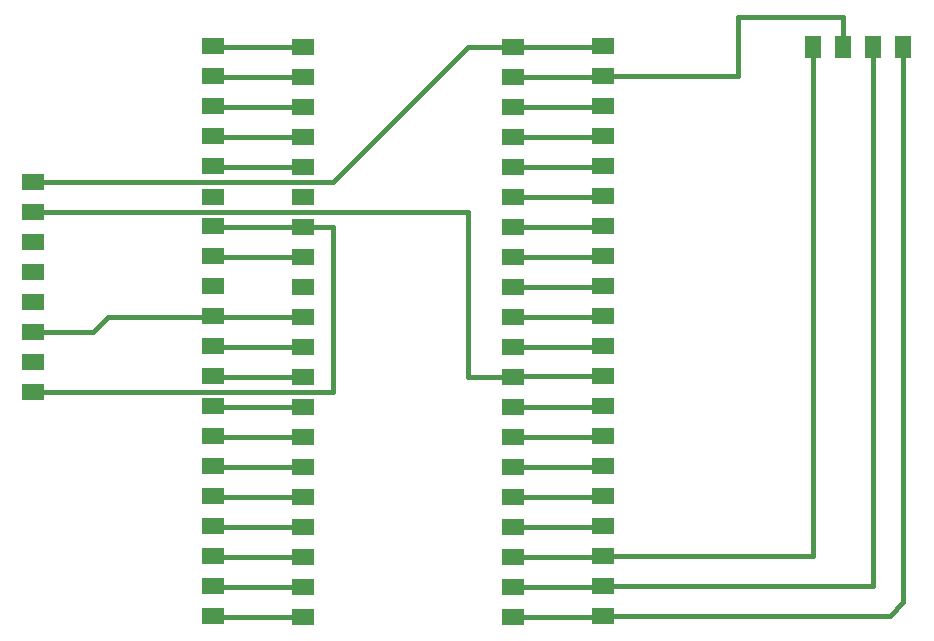
<source format=gbr>
G04 DesignSpark PCB Gerber Version 11.0 Build 5877*
%FSLAX35Y35*%
%MOIN*%
%ADD24R,0.05500X0.07500*%
%ADD13C,0.01500*%
%ADD23R,0.07500X0.05500*%
X0Y0D02*
D02*
D13*
X45250Y105250D02*
X49750D01*
X45250Y125250D02*
X65250D01*
X70250Y130250D01*
X104750D01*
X105250Y130750D01*
X45250Y175250D02*
X145250D01*
X190250Y220250D01*
X205250D01*
X135250Y30250D02*
X105250D01*
Y30750D01*
X135250Y40250D02*
X105250D01*
Y40750D01*
X135250Y50250D02*
X105250D01*
Y50750D01*
X135250Y60250D02*
X105250D01*
Y60750D01*
X135250Y70250D02*
X105250D01*
Y70750D01*
X135250Y80250D02*
X105250D01*
Y80750D01*
X135250Y90250D02*
X105250D01*
Y90750D01*
X135250Y100250D02*
X105250D01*
Y100750D01*
X135250Y110250D02*
X105250D01*
Y110750D01*
X135250Y120250D02*
X105250D01*
Y120750D01*
X135250Y130250D02*
X105250D01*
Y130750D01*
X135250Y150250D02*
X105250D01*
Y150750D01*
X135250Y160250D02*
X145250D01*
Y105250D01*
X45250D01*
X135250Y160250D02*
X105250D01*
Y160750D01*
X135250Y180250D02*
X105250D01*
Y180750D01*
X135250Y190250D02*
X105250D01*
Y190750D01*
X135250Y200250D02*
X105250D01*
Y200750D01*
X135250Y210250D02*
X105250D01*
Y210750D01*
X135250Y220250D02*
X105250D01*
Y220750D01*
X205250Y30250D02*
X235250D01*
Y30750D01*
X205250Y70250D02*
X235250D01*
Y70750D01*
X205250Y110250D02*
X190250D01*
Y165250D01*
X45250D01*
X235250Y30750D02*
X330750D01*
X335250Y35250D01*
Y220250D01*
X235250Y40750D02*
X325250D01*
Y220250D01*
X235250Y40750D02*
Y40250D01*
X205250D01*
X235250Y50750D02*
X305250D01*
Y220250D01*
X235250Y50750D02*
Y50250D01*
X205250D01*
X235250Y60750D02*
Y60250D01*
X205250D01*
X235250Y80750D02*
Y80250D01*
X205250D01*
X235250Y90750D02*
Y90250D01*
X205250D01*
X235250Y100750D02*
Y100250D01*
X205250D01*
X235250Y110750D02*
X205750D01*
X205250Y110250D01*
X235250Y120750D02*
Y120250D01*
X205250D01*
X235250Y130750D02*
Y130250D01*
X205250D01*
X235250Y140750D02*
Y140250D01*
X205250D01*
X235250Y150750D02*
Y150250D01*
X205250D01*
X235250Y160750D02*
Y160250D01*
X205250D01*
X235250Y170750D02*
Y170250D01*
X205250D01*
X235250Y180750D02*
Y180250D01*
X205250D01*
X235250Y190750D02*
Y190250D01*
X205250D01*
X235250Y200750D02*
Y200250D01*
X205250D01*
X235250Y210750D02*
X280250D01*
Y230250D01*
X315250D01*
Y220250D01*
X235250Y210750D02*
Y210250D01*
X205250D01*
X235250Y220750D02*
Y220250D01*
X205250D01*
D02*
D23*
X45250Y105250D03*
Y115250D03*
Y125250D03*
Y135250D03*
Y145250D03*
Y155250D03*
Y165250D03*
Y175250D03*
X105250Y30750D03*
Y40750D03*
Y50750D03*
Y60750D03*
Y70750D03*
Y80750D03*
Y90750D03*
Y100750D03*
Y110750D03*
Y120750D03*
Y130750D03*
Y140750D03*
Y150750D03*
Y160750D03*
Y170250D03*
Y180750D03*
Y190750D03*
Y200750D03*
Y210750D03*
Y220750D03*
X135250Y30250D03*
Y40250D03*
Y50250D03*
Y60250D03*
Y70250D03*
Y80250D03*
Y90250D03*
Y100250D03*
Y110250D03*
Y120250D03*
Y130250D03*
Y140250D03*
Y150250D03*
Y160250D03*
Y170250D03*
Y180250D03*
Y190250D03*
Y200250D03*
Y210250D03*
Y220250D03*
X205250Y30250D03*
Y40250D03*
Y50250D03*
Y60250D03*
Y70250D03*
Y80250D03*
Y90250D03*
Y100250D03*
Y110250D03*
Y120250D03*
Y130250D03*
Y140250D03*
Y150250D03*
Y160250D03*
Y170250D03*
Y180250D03*
Y190250D03*
Y200250D03*
Y210250D03*
Y220250D03*
X235250Y30750D03*
Y40750D03*
Y50750D03*
Y60750D03*
Y70750D03*
Y80750D03*
Y90750D03*
Y100750D03*
Y110750D03*
Y120750D03*
Y130750D03*
Y140750D03*
Y150750D03*
Y160750D03*
Y170750D03*
Y180750D03*
Y190750D03*
Y200750D03*
Y210750D03*
Y220750D03*
D02*
D24*
X305250Y220250D03*
X315250D03*
X325250D03*
X335250D03*
X0Y0D02*
M02*

</source>
